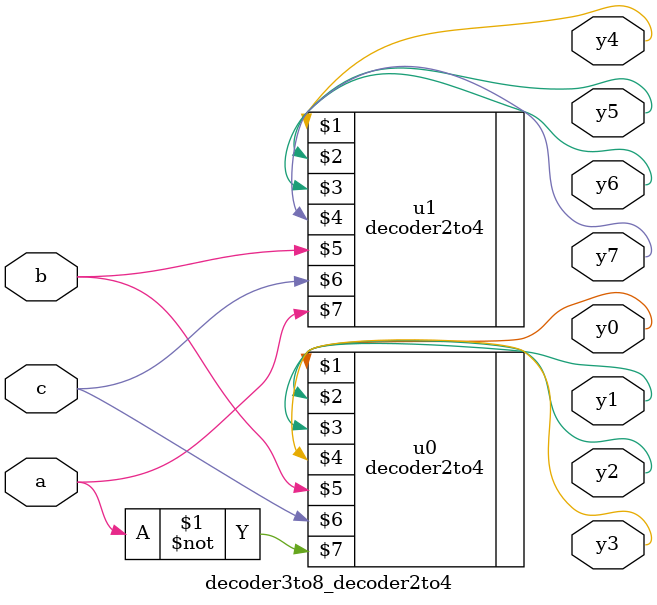
<source format=v>
`timescale 1ns / 1ps


module decoder3to8_decoder2to4(y0,y1,y2,y3,y4,y5,y6,y7,a,b,c);
input a,b,c;
output y0,y1,y2,y3,y4,y5,y6,y7;
decoder2to4 u0 (y0,y1,y2,y3,b,c,~a);
decoder2to4 u1 (y4,y5,y6,y7,b,c,a);
endmodule

</source>
